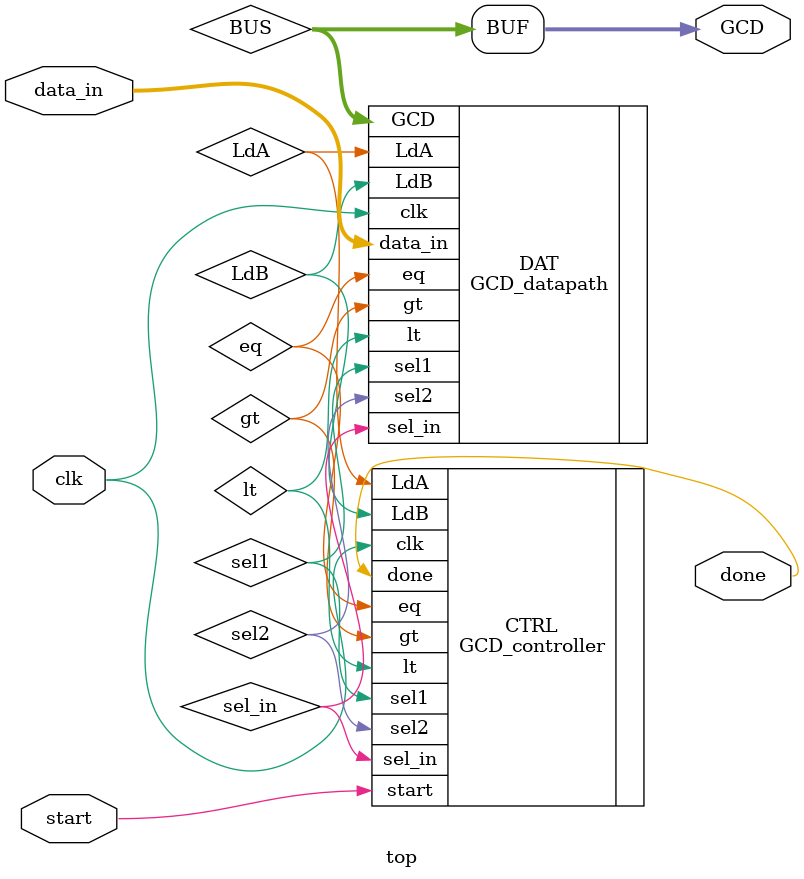
<source format=v>
`timescale 1ns/1ps 
`include "GCD_datapath.v"
`include "GCD_controller.v"
module top (
    output wire done,
    output wire [15:0] GCD,
    input wire [15:0] data_in,
    input wire start, clk
);

wire LdA, LdB, sel1, sel2, sel_in, lt, gt, eq;
wire [15:0] BUS;

assign GCD= BUS;

GCD_datapath DAT(
    .gt(gt),
    .lt(lt),
    .eq(eq),
    .GCD(BUS),
    .data_in(data_in),
    .LdA(LdA),
    .LdB(LdB),
    .sel1(sel1),
    .sel2(sel2),
    .sel_in(sel_in),
    .clk(clk)
);
GCD_controller CTRL(
    .gt(gt),
    .lt(lt),
    .eq(eq),
    .start(start),
    .LdA(LdA),
    .LdB(LdB),
    .sel1(sel1),
    .sel2(sel2),
    .sel_in(sel_in),
    .clk(clk),
    .done(done)
);

endmodule //top
</source>
